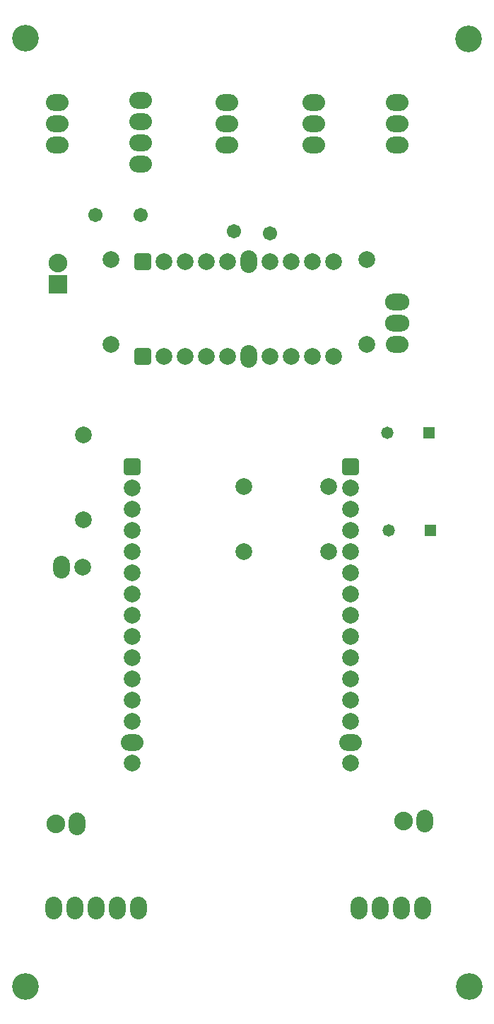
<source format=gbs>
G04*
G04 #@! TF.GenerationSoftware,Altium Limited,Altium Designer,21.0.9 (235)*
G04*
G04 Layer_Color=16711935*
%FSTAX44Y44*%
%MOMM*%
G71*
G04*
G04 #@! TF.SameCoordinates,00477293-EDE4-4511-9B12-11A9C6AA5166*
G04*
G04*
G04 #@! TF.FilePolarity,Negative*
G04*
G01*
G75*
%ADD26C,1.4782*%
%ADD27R,1.4782X1.4782*%
%ADD28C,3.2032*%
%ADD29C,2.2352*%
%ADD30O,2.0032X2.7032*%
%ADD31O,2.7032X2.0032*%
G04:AMPARAMS|DCode=32|XSize=2.0032mm|YSize=2.0032mm|CornerRadius=0.3266mm|HoleSize=0mm|Usage=FLASHONLY|Rotation=0.000|XOffset=0mm|YOffset=0mm|HoleType=Round|Shape=RoundedRectangle|*
%AMROUNDEDRECTD32*
21,1,2.0032,1.3500,0,0,0.0*
21,1,1.3500,2.0032,0,0,0.0*
1,1,0.6532,0.6750,-0.6750*
1,1,0.6532,-0.6750,-0.6750*
1,1,0.6532,-0.6750,0.6750*
1,1,0.6532,0.6750,0.6750*
%
%ADD32ROUNDEDRECTD32*%
%ADD33C,2.0032*%
G04:AMPARAMS|DCode=34|XSize=2.0032mm|YSize=2.0032mm|CornerRadius=0.3266mm|HoleSize=0mm|Usage=FLASHONLY|Rotation=270.000|XOffset=0mm|YOffset=0mm|HoleType=Round|Shape=RoundedRectangle|*
%AMROUNDEDRECTD34*
21,1,2.0032,1.3500,0,0,270.0*
21,1,1.3500,2.0032,0,0,270.0*
1,1,0.6532,-0.6750,-0.6750*
1,1,0.6532,-0.6750,0.6750*
1,1,0.6532,0.6750,0.6750*
1,1,0.6532,0.6750,-0.6750*
%
%ADD34ROUNDEDRECTD34*%
%ADD35R,2.2352X2.2352*%
%ADD36O,2.9032X2.0032*%
%ADD37C,1.7032*%
D26*
X004707Y0058166D02*
D03*
X0046943Y006985D02*
D03*
D27*
X005207Y0058166D02*
D03*
X0051943Y006985D02*
D03*
D28*
X0003556Y0117094D02*
D03*
Y0003556D02*
D03*
X0056769D02*
D03*
X0056642Y0116967D02*
D03*
D29*
X0007239Y0022987D02*
D03*
X0048895Y0023368D02*
D03*
X0007493Y009017D02*
D03*
D30*
X0009779Y0022987D02*
D03*
X0006985Y0012954D02*
D03*
X0009525D02*
D03*
X0017145D02*
D03*
X0014605D02*
D03*
X0012065D02*
D03*
X0030353Y0090269D02*
D03*
Y0078994D02*
D03*
X0007874Y00537208D02*
D03*
X0051435Y0023368D02*
D03*
X0043561Y0012954D02*
D03*
X0051181D02*
D03*
X0048641D02*
D03*
X0046101D02*
D03*
D31*
X0048133Y0104267D02*
D03*
Y0106807D02*
D03*
Y0109347D02*
D03*
X001637Y0032766D02*
D03*
X0042545D02*
D03*
X0027686Y0104267D02*
D03*
Y0106807D02*
D03*
Y0109347D02*
D03*
X00381Y0104267D02*
D03*
Y0106807D02*
D03*
Y0109347D02*
D03*
X0017399Y0109601D02*
D03*
Y0101981D02*
D03*
Y0104521D02*
D03*
Y0107061D02*
D03*
X0007366Y0104267D02*
D03*
Y0106807D02*
D03*
Y0109347D02*
D03*
X0048133Y0080391D02*
D03*
D32*
X0017653Y0090269D02*
D03*
Y0078994D02*
D03*
D33*
X0020193Y0090269D02*
D03*
X0022733D02*
D03*
X0025273D02*
D03*
X0027813D02*
D03*
X0032893D02*
D03*
X0035433D02*
D03*
X0037973D02*
D03*
X0040513D02*
D03*
X0020193Y0078994D02*
D03*
X0022733D02*
D03*
X0025273D02*
D03*
X0027813D02*
D03*
X0032893D02*
D03*
X0035433D02*
D03*
X0037973D02*
D03*
X0040513D02*
D03*
X001637Y0030266D02*
D03*
Y0053086D02*
D03*
Y0040386D02*
D03*
Y0037846D02*
D03*
Y0035306D02*
D03*
Y0042926D02*
D03*
Y0045466D02*
D03*
Y0048006D02*
D03*
Y0050546D02*
D03*
Y0055626D02*
D03*
Y0058166D02*
D03*
Y0060706D02*
D03*
Y0063246D02*
D03*
X0042545Y0030266D02*
D03*
Y0053086D02*
D03*
Y0040386D02*
D03*
Y0037846D02*
D03*
Y0035306D02*
D03*
Y0042926D02*
D03*
Y0045466D02*
D03*
Y0048006D02*
D03*
Y0050546D02*
D03*
Y0055626D02*
D03*
Y0058166D02*
D03*
Y0060706D02*
D03*
Y0063246D02*
D03*
X0010541Y00695471D02*
D03*
Y00593871D02*
D03*
X0010414Y0053721D02*
D03*
X0029718Y0063373D02*
D03*
X0039878D02*
D03*
X0029718Y0055626D02*
D03*
X0039878D02*
D03*
X0013843Y0080391D02*
D03*
Y0090551D02*
D03*
X004445D02*
D03*
Y0080391D02*
D03*
D34*
X001637Y0065786D02*
D03*
X0042545D02*
D03*
D35*
X0007493Y008763D02*
D03*
D36*
X0048133Y0085471D02*
D03*
Y0082931D02*
D03*
D37*
X0028575Y009398D02*
D03*
X0017399Y0095885D02*
D03*
X0011938D02*
D03*
X0032893Y0093726D02*
D03*
M02*

</source>
